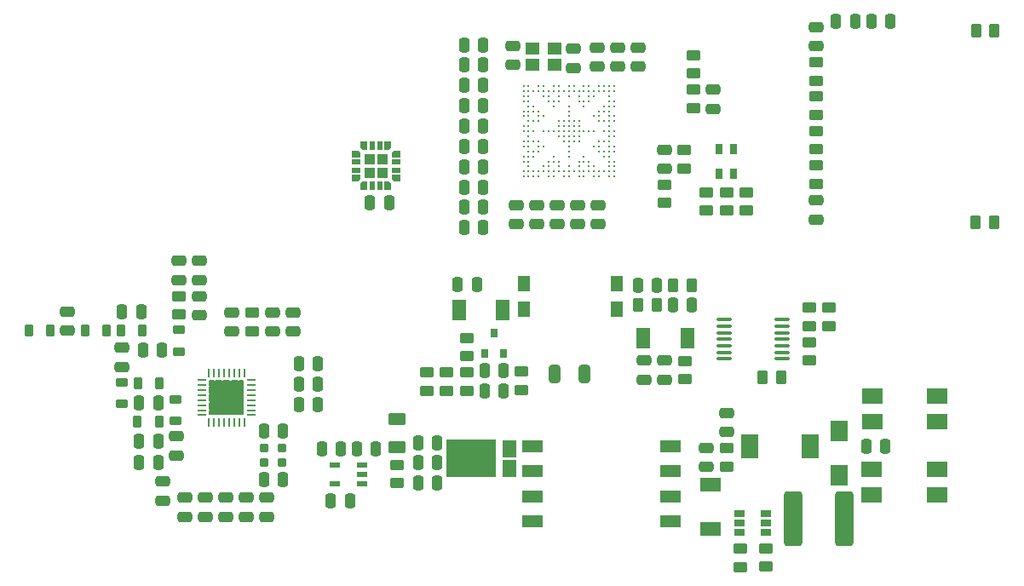
<source format=gbr>
%TF.GenerationSoftware,KiCad,Pcbnew,(5.99.0-13288-g9941a52e75)*%
%TF.CreationDate,2021-11-14T22:41:22-05:00*%
%TF.ProjectId,davis-receiver-kc6,64617669-732d-4726-9563-65697665722d,rev?*%
%TF.SameCoordinates,Original*%
%TF.FileFunction,Paste,Top*%
%TF.FilePolarity,Positive*%
%FSLAX46Y46*%
G04 Gerber Fmt 4.6, Leading zero omitted, Abs format (unit mm)*
G04 Created by KiCad (PCBNEW (5.99.0-13288-g9941a52e75)) date 2021-11-14 22:41:22*
%MOMM*%
%LPD*%
G01*
G04 APERTURE LIST*
G04 Aperture macros list*
%AMRoundRect*
0 Rectangle with rounded corners*
0 $1 Rounding radius*
0 $2 $3 $4 $5 $6 $7 $8 $9 X,Y pos of 4 corners*
0 Add a 4 corners polygon primitive as box body*
4,1,4,$2,$3,$4,$5,$6,$7,$8,$9,$2,$3,0*
0 Add four circle primitives for the rounded corners*
1,1,$1+$1,$2,$3*
1,1,$1+$1,$4,$5*
1,1,$1+$1,$6,$7*
1,1,$1+$1,$8,$9*
0 Add four rect primitives between the rounded corners*
20,1,$1+$1,$2,$3,$4,$5,0*
20,1,$1+$1,$4,$5,$6,$7,0*
20,1,$1+$1,$6,$7,$8,$9,0*
20,1,$1+$1,$8,$9,$2,$3,0*%
%AMFreePoly0*
4,1,18,-0.257498,0.300005,0.462500,0.300005,0.462504,0.300004,0.462505,0.300000,0.462505,-0.300000,0.462504,-0.300004,0.462500,-0.300005,-0.457500,-0.300005,-0.457504,-0.300004,-0.457505,-0.300000,-0.457505,0.099998,-0.457506,0.100000,-0.457504,0.100004,-0.257504,0.300003,-0.257504,0.300004,-0.257502,0.300004,-0.257500,0.300006,-0.257498,0.300005,-0.257498,0.300005,$1*%
%AMFreePoly1*
4,1,18,0.257504,0.300004,0.457503,0.100004,0.457504,0.100004,0.457504,0.100003,0.457506,0.100000,0.457505,0.099998,0.457505,-0.300000,0.457504,-0.300004,0.457500,-0.300005,-0.462500,-0.300005,-0.462504,-0.300004,-0.462505,-0.300000,-0.462505,0.300000,-0.462504,0.300004,-0.462500,0.300005,0.257498,0.300005,0.257500,0.300006,0.257504,0.300004,0.257504,0.300004,$1*%
G04 Aperture macros list end*
%ADD10C,0.152400*%
%ADD11R,0.925000X0.600000*%
%ADD12R,0.600000X0.925000*%
%ADD13FreePoly0,0.000000*%
%ADD14FreePoly1,270.000000*%
%ADD15FreePoly0,90.000000*%
%ADD16FreePoly0,270.000000*%
%ADD17FreePoly0,180.000000*%
%ADD18FreePoly1,0.000000*%
%ADD19FreePoly1,90.000000*%
%ADD20FreePoly1,180.000000*%
%ADD21R,1.050000X1.050000*%
%ADD22RoundRect,0.250000X0.250000X0.475000X-0.250000X0.475000X-0.250000X-0.475000X0.250000X-0.475000X0*%
%ADD23RoundRect,0.250000X0.475000X-0.250000X0.475000X0.250000X-0.475000X0.250000X-0.475000X-0.250000X0*%
%ADD24R,1.800000X2.100000*%
%ADD25R,4.960000X3.800000*%
%ADD26R,1.440000X1.800000*%
%ADD27R,1.400000X2.000000*%
%ADD28RoundRect,0.250000X-0.475000X0.250000X-0.475000X-0.250000X0.475000X-0.250000X0.475000X0.250000X0*%
%ADD29R,2.000000X1.400000*%
%ADD30RoundRect,0.249999X-0.450001X0.262501X-0.450001X-0.262501X0.450001X-0.262501X0.450001X0.262501X0*%
%ADD31RoundRect,0.218750X0.381250X-0.218750X0.381250X0.218750X-0.381250X0.218750X-0.381250X-0.218750X0*%
%ADD32RoundRect,0.218750X0.218750X0.381250X-0.218750X0.381250X-0.218750X-0.381250X0.218750X-0.381250X0*%
%ADD33RoundRect,0.249999X0.450001X-0.262501X0.450001X0.262501X-0.450001X0.262501X-0.450001X-0.262501X0*%
%ADD34R,1.800000X2.400000*%
%ADD35R,1.000000X0.700000*%
%ADD36RoundRect,0.249999X0.262501X0.450001X-0.262501X0.450001X-0.262501X-0.450001X0.262501X-0.450001X0*%
%ADD37R,1.100000X0.600000*%
%ADD38RoundRect,0.200000X0.250000X-0.200000X0.250000X0.200000X-0.250000X0.200000X-0.250000X-0.200000X0*%
%ADD39R,0.800000X0.900000*%
%ADD40R,2.100000X1.550000*%
%ADD41R,1.300000X1.500000*%
%ADD42RoundRect,0.100000X-0.637500X-0.100000X0.637500X-0.100000X0.637500X0.100000X-0.637500X0.100000X0*%
%ADD43RoundRect,0.250000X-0.250000X-0.475000X0.250000X-0.475000X0.250000X0.475000X-0.250000X0.475000X0*%
%ADD44RoundRect,0.250000X0.650000X2.450000X-0.650000X2.450000X-0.650000X-2.450000X0.650000X-2.450000X0*%
%ADD45RoundRect,0.249999X-0.325001X-0.650001X0.325001X-0.650001X0.325001X0.650001X-0.325001X0.650001X0*%
%ADD46R,1.400000X1.200000*%
%ADD47R,0.800000X1.000000*%
%ADD48RoundRect,0.250000X-0.625000X0.375000X-0.625000X-0.375000X0.625000X-0.375000X0.625000X0.375000X0*%
%ADD49RoundRect,0.250000X-0.450000X0.262500X-0.450000X-0.262500X0.450000X-0.262500X0.450000X0.262500X0*%
%ADD50R,0.849884X0.279908*%
%ADD51R,0.279908X0.849884*%
%ADD52R,3.450001X3.450001*%
%ADD53R,2.030000X1.270000*%
%ADD54C,0.249999*%
G04 APERTURE END LIST*
D10*
%TO.C,U2*%
X42160779Y-67711400D02*
X42160779Y-67711400D01*
X40927400Y-65795179D02*
X41068821Y-65936600D01*
X42502200Y-65795179D02*
X42502200Y-65795179D01*
X43658570Y-67511400D02*
X43658570Y-66924000D01*
X41514800Y-65490621D02*
X41373379Y-65349200D01*
X41714800Y-68080370D02*
X42302200Y-68080370D01*
X40585979Y-67711400D02*
X40585979Y-67711400D01*
X40927400Y-65007779D02*
X41068821Y-65149200D01*
X41373379Y-67511400D02*
X41373379Y-67511400D01*
X41856221Y-67711400D02*
X41714800Y-67852821D01*
X41068821Y-67711400D02*
X40927400Y-67852821D01*
X41514800Y-67065421D02*
X41373379Y-66924000D01*
X41856221Y-67711400D02*
X41856221Y-67711400D01*
X41373379Y-67511400D02*
X41514800Y-67369979D01*
X40727400Y-66278021D02*
X40585979Y-66136600D01*
X42948179Y-67711400D02*
X42948179Y-67711400D01*
X40927400Y-67852821D02*
X40927400Y-68080370D01*
X42302200Y-67065421D02*
X42160779Y-66924000D01*
X43431021Y-65149200D02*
X43431021Y-65149200D01*
X43431021Y-65349200D02*
X43289600Y-65490621D01*
X42302200Y-66278021D02*
X42160779Y-66136600D01*
X43289600Y-65490621D02*
X43289600Y-65490621D01*
X42643621Y-65349200D02*
X42502200Y-65490621D01*
X41514800Y-66278021D02*
X41373379Y-66136600D01*
X42948179Y-65149200D02*
X43089600Y-65007779D01*
X41068821Y-65936600D02*
X41373379Y-65936600D01*
X42643621Y-65936600D02*
X42643621Y-65936600D01*
X41514800Y-67852821D02*
X41514800Y-67852821D01*
X43289600Y-65795179D02*
X43289600Y-65795179D01*
X43431021Y-67511400D02*
X43658570Y-67511400D01*
X41373379Y-66724000D02*
X41373379Y-66724000D01*
X43289600Y-67065421D02*
X43289600Y-67065421D01*
X41373379Y-66924000D02*
X41068821Y-66924000D01*
X40585979Y-65149200D02*
X40727400Y-65007779D01*
X42948179Y-66724000D02*
X42948179Y-66724000D01*
X43431021Y-65936600D02*
X43658570Y-65936600D01*
X42160779Y-67711400D02*
X41856221Y-67711400D01*
X40927400Y-65490621D02*
X40927400Y-65490621D01*
X42302200Y-67369979D02*
X42302200Y-67065421D01*
X40585979Y-66924000D02*
X40358430Y-66924000D01*
X41068821Y-65149200D02*
X41373379Y-65149200D01*
X43089600Y-67065421D02*
X42948179Y-66924000D01*
X43089600Y-66582579D02*
X43089600Y-66582579D01*
X42302200Y-64780230D02*
X41714800Y-64780230D01*
X40358430Y-66136600D02*
X40358430Y-66724000D01*
X42302200Y-65007779D02*
X42302200Y-64780230D01*
X43658570Y-65149200D02*
X43658570Y-64780230D01*
X40585979Y-67511400D02*
X40585979Y-67511400D01*
X41714800Y-65007779D02*
X41856221Y-65149200D01*
X40585979Y-66924000D02*
X40585979Y-66924000D01*
X40727400Y-66582579D02*
X40727400Y-66582579D01*
X41514800Y-65795179D02*
X41514800Y-65795179D01*
X40358430Y-67711400D02*
X40358430Y-68080370D01*
X42502200Y-65795179D02*
X42643621Y-65936600D01*
X42643621Y-65149200D02*
X42948179Y-65149200D01*
X40927400Y-67065421D02*
X40927400Y-67065421D01*
X42502200Y-66278021D02*
X42502200Y-66582579D01*
X40927400Y-67852821D02*
X40927400Y-67852821D01*
X41856221Y-66724000D02*
X42160779Y-66724000D01*
X40727400Y-67065421D02*
X40727400Y-67065421D01*
X41373379Y-66924000D02*
X41373379Y-66924000D01*
X42502200Y-65490621D02*
X42502200Y-65795179D01*
X41856221Y-67511400D02*
X42160779Y-67511400D01*
X42948179Y-65149200D02*
X42948179Y-65149200D01*
X43658570Y-66136600D02*
X43431021Y-66136600D01*
X41856221Y-66924000D02*
X41714800Y-67065421D01*
X42502200Y-65490621D02*
X42502200Y-65490621D01*
X42302200Y-67369979D02*
X42302200Y-67369979D01*
X42502200Y-65007779D02*
X42643621Y-65149200D01*
X41373379Y-67711400D02*
X41068821Y-67711400D01*
X41714800Y-66278021D02*
X41714800Y-66582579D01*
X41068821Y-65349200D02*
X41068821Y-65349200D01*
X41068821Y-65349200D02*
X40927400Y-65490621D01*
X41373379Y-66724000D02*
X41514800Y-66582579D01*
X43089600Y-65007779D02*
X43089600Y-65007779D01*
X41714800Y-65795179D02*
X41714800Y-65795179D01*
X43289600Y-67852821D02*
X43289600Y-68080370D01*
X43089600Y-67065421D02*
X43089600Y-67065421D01*
X41068821Y-65149200D02*
X41068821Y-65149200D01*
X40727400Y-66582579D02*
X40727400Y-66278021D01*
X43289600Y-64780230D02*
X43289600Y-65007779D01*
X40585979Y-65349200D02*
X40358430Y-65349200D01*
X40927400Y-66278021D02*
X40927400Y-66278021D01*
X41068821Y-65936600D02*
X41068821Y-65936600D01*
X40585979Y-65149200D02*
X40585979Y-65149200D01*
X41068821Y-67511400D02*
X41068821Y-67511400D01*
X40727400Y-65490621D02*
X40585979Y-65349200D01*
X41514800Y-67852821D02*
X41373379Y-67711400D01*
X43431021Y-66724000D02*
X43431021Y-66724000D01*
X43431021Y-66136600D02*
X43289600Y-66278021D01*
X41514800Y-65007779D02*
X41514800Y-64780230D01*
X42948179Y-66924000D02*
X42643621Y-66924000D01*
X41856221Y-65936600D02*
X41856221Y-65936600D01*
X42502200Y-64780230D02*
X42502200Y-65007779D01*
X43289600Y-66582579D02*
X43431021Y-66724000D01*
X42302200Y-66582579D02*
X42302200Y-66582579D01*
X42948179Y-67511400D02*
X43089600Y-67369979D01*
X42502200Y-68080370D02*
X43089600Y-68080370D01*
X43658570Y-66724000D02*
X43658570Y-66136600D01*
X43089600Y-66278021D02*
X42948179Y-66136600D01*
X41373379Y-65149200D02*
X41373379Y-65149200D01*
X42643621Y-66724000D02*
X42643621Y-66724000D01*
X40585979Y-65936600D02*
X40727400Y-65795179D01*
X40358430Y-67511400D02*
X40585979Y-67511400D01*
X40585979Y-66136600D02*
X40358430Y-66136600D01*
X40727400Y-67065421D02*
X40585979Y-66924000D01*
X42160779Y-66136600D02*
X42160779Y-66136600D01*
X42948179Y-65936600D02*
X43089600Y-65795179D01*
X42160779Y-66136600D02*
X41856221Y-66136600D01*
X40358430Y-65349200D02*
X40358430Y-65936600D01*
X41714800Y-67852821D02*
X41714800Y-67852821D01*
X42502200Y-67852821D02*
X42502200Y-67852821D01*
X42302200Y-67065421D02*
X42302200Y-67065421D01*
X41714800Y-65490621D02*
X41714800Y-65490621D01*
X43289600Y-65007779D02*
X43431021Y-65149200D01*
X42643621Y-66136600D02*
X42643621Y-66136600D01*
X41514800Y-67369979D02*
X41514800Y-67369979D01*
X40585979Y-66724000D02*
X40727400Y-66582579D01*
X40727400Y-67369979D02*
X40727400Y-67065421D01*
X43089600Y-67369979D02*
X43089600Y-67065421D01*
X43431021Y-67711400D02*
X43289600Y-67852821D01*
X43289600Y-66278021D02*
X43289600Y-66582579D01*
X43289600Y-68080370D02*
X43658570Y-68080370D01*
X42948179Y-66724000D02*
X43089600Y-66582579D01*
X43289600Y-65490621D02*
X43289600Y-65795179D01*
X41714800Y-64780230D02*
X41714800Y-65007779D01*
X41856221Y-66136600D02*
X41856221Y-66136600D01*
X41714800Y-65007779D02*
X41714800Y-65007779D01*
X40927400Y-67065421D02*
X40927400Y-67369979D01*
X42948179Y-67511400D02*
X42948179Y-67511400D01*
X41514800Y-66278021D02*
X41514800Y-66278021D01*
X40727400Y-65007779D02*
X40727400Y-64780230D01*
X41714800Y-67852821D02*
X41714800Y-68080370D01*
X41514800Y-67065421D02*
X41514800Y-67065421D01*
X43289600Y-67852821D02*
X43289600Y-67852821D01*
X42160779Y-65349200D02*
X41856221Y-65349200D01*
X41373379Y-66136600D02*
X41068821Y-66136600D01*
X42643621Y-66136600D02*
X42502200Y-66278021D01*
X43289600Y-67369979D02*
X43431021Y-67511400D01*
X43089600Y-65795179D02*
X43089600Y-65490621D01*
X41714800Y-67065421D02*
X41714800Y-67369979D01*
X40727400Y-65795179D02*
X40727400Y-65490621D01*
X40585979Y-66724000D02*
X40585979Y-66724000D01*
X41714800Y-66582579D02*
X41714800Y-66582579D01*
X43089600Y-68080370D02*
X43089600Y-67852821D01*
X41068821Y-66724000D02*
X41373379Y-66724000D01*
X41856221Y-66924000D02*
X41856221Y-66924000D01*
X40927400Y-66582579D02*
X41068821Y-66724000D01*
X41856221Y-65349200D02*
X41714800Y-65490621D01*
X40727400Y-67369979D02*
X40727400Y-67369979D01*
X40358430Y-65936600D02*
X40585979Y-65936600D01*
X42160779Y-65936600D02*
X42160779Y-65936600D01*
X42502200Y-67369979D02*
X42643621Y-67511400D01*
X42160779Y-67511400D02*
X42302200Y-67369979D01*
X40927400Y-65795179D02*
X40927400Y-65795179D01*
X43089600Y-67852821D02*
X42948179Y-67711400D01*
X43658570Y-66924000D02*
X43431021Y-66924000D01*
X40927400Y-66278021D02*
X40927400Y-66582579D01*
X41514800Y-66582579D02*
X41514800Y-66582579D01*
X40358430Y-65149200D02*
X40585979Y-65149200D01*
X41714800Y-66278021D02*
X41714800Y-66278021D01*
X42948179Y-65349200D02*
X42948179Y-65349200D01*
X43289600Y-66582579D02*
X43289600Y-66582579D01*
X42302200Y-66582579D02*
X42302200Y-66278021D01*
X41856221Y-65149200D02*
X42160779Y-65149200D01*
X41856221Y-66724000D02*
X41856221Y-66724000D01*
X43658570Y-65936600D02*
X43658570Y-65349200D01*
X42502200Y-67065421D02*
X42502200Y-67065421D01*
X40927400Y-67369979D02*
X40927400Y-67369979D01*
X42302200Y-65795179D02*
X42302200Y-65490621D01*
X42502200Y-67852821D02*
X42502200Y-68080370D01*
X42948179Y-65349200D02*
X42643621Y-65349200D01*
X41068821Y-66136600D02*
X40927400Y-66278021D01*
X40727400Y-65490621D02*
X40727400Y-65490621D01*
X40358430Y-66924000D02*
X40358430Y-67511400D01*
X42643621Y-67511400D02*
X42643621Y-67511400D01*
X42302200Y-66278021D02*
X42302200Y-66278021D01*
X43089600Y-64780230D02*
X42502200Y-64780230D01*
X43431021Y-66724000D02*
X43658570Y-66724000D01*
X42502200Y-66582579D02*
X42643621Y-66724000D01*
X40358430Y-68080370D02*
X40727400Y-68080370D01*
X42502200Y-67065421D02*
X42502200Y-67369979D01*
X42643621Y-65349200D02*
X42643621Y-65349200D01*
X41714800Y-67369979D02*
X41856221Y-67511400D01*
X42502200Y-66278021D02*
X42502200Y-66278021D01*
X40727400Y-67852821D02*
X40585979Y-67711400D01*
X42302200Y-65490621D02*
X42302200Y-65490621D01*
X41373379Y-66136600D02*
X41373379Y-66136600D01*
X43089600Y-67852821D02*
X43089600Y-67852821D01*
X41856221Y-66136600D02*
X41714800Y-66278021D01*
X43431021Y-66136600D02*
X43431021Y-66136600D01*
X41373379Y-65349200D02*
X41068821Y-65349200D01*
X40927400Y-65490621D02*
X40927400Y-65795179D01*
X40927400Y-67369979D02*
X41068821Y-67511400D01*
X43089600Y-65490621D02*
X43089600Y-65490621D01*
X40927400Y-64780230D02*
X40927400Y-65007779D01*
X40927400Y-65007779D02*
X40927400Y-65007779D01*
X41514800Y-65007779D02*
X41514800Y-65007779D01*
X42948179Y-66924000D02*
X42948179Y-66924000D01*
X43658570Y-67711400D02*
X43431021Y-67711400D01*
X41068821Y-66136600D02*
X41068821Y-66136600D01*
X40927400Y-68080370D02*
X41514800Y-68080370D01*
X42302200Y-67852821D02*
X42160779Y-67711400D01*
X41856221Y-65349200D02*
X41856221Y-65349200D01*
X41856221Y-65936600D02*
X42160779Y-65936600D01*
X43658570Y-68080370D02*
X43658570Y-67711400D01*
X43431021Y-65936600D02*
X43431021Y-65936600D01*
X40585979Y-66136600D02*
X40585979Y-66136600D01*
X43431021Y-67711400D02*
X43431021Y-67711400D01*
X43431021Y-65349200D02*
X43431021Y-65349200D01*
X42643621Y-66924000D02*
X42643621Y-66924000D01*
X43289600Y-67369979D02*
X43289600Y-67369979D01*
X43089600Y-66278021D02*
X43089600Y-66278021D01*
X42502200Y-65007779D02*
X42502200Y-65007779D01*
X42643621Y-65149200D02*
X42643621Y-65149200D01*
X41373379Y-65349200D02*
X41373379Y-65349200D01*
X41068821Y-67511400D02*
X41373379Y-67511400D01*
X43089600Y-67369979D02*
X43089600Y-67369979D01*
X41714800Y-65490621D02*
X41714800Y-65795179D01*
X42160779Y-66924000D02*
X41856221Y-66924000D01*
X41514800Y-66582579D02*
X41514800Y-66278021D01*
X42948179Y-66136600D02*
X42948179Y-66136600D01*
X40727400Y-65795179D02*
X40727400Y-65795179D01*
X41856221Y-67511400D02*
X41856221Y-67511400D01*
X41856221Y-65149200D02*
X41856221Y-65149200D01*
X42948179Y-66136600D02*
X42643621Y-66136600D01*
X41514800Y-67369979D02*
X41514800Y-67065421D01*
X43089600Y-66582579D02*
X43089600Y-66278021D01*
X43289600Y-65007779D02*
X43289600Y-65007779D01*
X42302200Y-68080370D02*
X42302200Y-67852821D01*
X41714800Y-67369979D02*
X41714800Y-67369979D01*
X40358430Y-66724000D02*
X40585979Y-66724000D01*
X40585979Y-67511400D02*
X40727400Y-67369979D01*
X40358430Y-64780230D02*
X40358430Y-65149200D01*
X43089600Y-65795179D02*
X43089600Y-65795179D01*
X41068821Y-66724000D02*
X41068821Y-66724000D01*
X40727400Y-68080370D02*
X40727400Y-67852821D01*
X41714800Y-65795179D02*
X41856221Y-65936600D01*
X42302200Y-65007779D02*
X42302200Y-65007779D01*
X42160779Y-66724000D02*
X42302200Y-66582579D01*
X43431021Y-66924000D02*
X43289600Y-67065421D01*
X40727400Y-65007779D02*
X40727400Y-65007779D01*
X42160779Y-66924000D02*
X42160779Y-66924000D01*
X43289600Y-65795179D02*
X43431021Y-65936600D01*
X42502200Y-66582579D02*
X42502200Y-66582579D01*
X41373379Y-67711400D02*
X41373379Y-67711400D01*
X40585979Y-65349200D02*
X40585979Y-65349200D01*
X41714800Y-66582579D02*
X41856221Y-66724000D01*
X42160779Y-65149200D02*
X42302200Y-65007779D01*
X41068821Y-66924000D02*
X40927400Y-67065421D01*
X43289600Y-67065421D02*
X43289600Y-67369979D01*
X40727400Y-64780230D02*
X40358430Y-64780230D01*
X43289600Y-66278021D02*
X43289600Y-66278021D01*
X42502200Y-67369979D02*
X42502200Y-67369979D01*
X42302200Y-65490621D02*
X42160779Y-65349200D01*
X40727400Y-67852821D02*
X40727400Y-67852821D01*
X43431021Y-65149200D02*
X43658570Y-65149200D01*
X40727400Y-66278021D02*
X40727400Y-66278021D01*
X42160779Y-65936600D02*
X42302200Y-65795179D01*
X42643621Y-65936600D02*
X42948179Y-65936600D01*
X42643621Y-67711400D02*
X42502200Y-67852821D01*
X43089600Y-65490621D02*
X42948179Y-65349200D01*
X41373379Y-65149200D02*
X41514800Y-65007779D01*
X42160779Y-66724000D02*
X42160779Y-66724000D01*
X42948179Y-65936600D02*
X42948179Y-65936600D01*
X43089600Y-65007779D02*
X43089600Y-64780230D01*
X43431021Y-66924000D02*
X43431021Y-66924000D01*
X41068821Y-66924000D02*
X41068821Y-66924000D01*
X42302200Y-65795179D02*
X42302200Y-65795179D01*
X42948179Y-67711400D02*
X42643621Y-67711400D01*
X40585979Y-65936600D02*
X40585979Y-65936600D01*
X41714800Y-67065421D02*
X41714800Y-67065421D01*
X42302200Y-67852821D02*
X42302200Y-67852821D01*
X41514800Y-65795179D02*
X41514800Y-65490621D01*
X42643621Y-66924000D02*
X42502200Y-67065421D01*
X42643621Y-67711400D02*
X42643621Y-67711400D01*
X41514800Y-64780230D02*
X40927400Y-64780230D01*
X40927400Y-66582579D02*
X40927400Y-66582579D01*
X41514800Y-65490621D02*
X41514800Y-65490621D01*
X42643621Y-66724000D02*
X42948179Y-66724000D01*
X43658570Y-65349200D02*
X43431021Y-65349200D01*
X43431021Y-67511400D02*
X43431021Y-67511400D01*
X41514800Y-68080370D02*
X41514800Y-67852821D01*
X42160779Y-65349200D02*
X42160779Y-65349200D01*
X40585979Y-67711400D02*
X40358430Y-67711400D01*
X43658570Y-64780230D02*
X43289600Y-64780230D01*
X42160779Y-67511400D02*
X42160779Y-67511400D01*
X41068821Y-67711400D02*
X41068821Y-67711400D01*
X42643621Y-67511400D02*
X42948179Y-67511400D01*
X41373379Y-65936600D02*
X41373379Y-65936600D01*
X42160779Y-65149200D02*
X42160779Y-65149200D01*
X41373379Y-65936600D02*
X41514800Y-65795179D01*
%TD*%
D11*
%TO.C,U3*%
X54866800Y-43808000D03*
X54866800Y-43008000D03*
D12*
X56454800Y-41420000D03*
X57254800Y-41420000D03*
D11*
X58842800Y-43008000D03*
X58842800Y-43808000D03*
D12*
X57254800Y-45396000D03*
X56454800Y-45396000D03*
D13*
X58842800Y-42208000D03*
D14*
X58054800Y-41420000D03*
D15*
X55654800Y-41420000D03*
D16*
X58054800Y-45396000D03*
D17*
X54866800Y-44608000D03*
D18*
X54866800Y-42208000D03*
D19*
X55654800Y-45396000D03*
D20*
X58842800Y-44608000D03*
D21*
X57504800Y-44058000D03*
X56204800Y-42758000D03*
X57504800Y-42758000D03*
X56204800Y-44058000D03*
%TD*%
D22*
%TO.C,C64*%
X67523600Y-43470000D03*
X65623600Y-43470000D03*
%TD*%
D23*
%TO.C,C65*%
X80895900Y-33508900D03*
X80895900Y-31608900D03*
%TD*%
D24*
%TO.C,D2*%
X102911320Y-74120100D03*
X102911320Y-69720100D03*
%TD*%
D25*
%TO.C,D6*%
X66351320Y-72493540D03*
D26*
X70151320Y-73458540D03*
X70151320Y-71528540D03*
%TD*%
D22*
%TO.C,C67*%
X67523600Y-33382800D03*
X65623600Y-33382800D03*
%TD*%
D23*
%TO.C,C69*%
X82927900Y-33508900D03*
X82927900Y-31608900D03*
%TD*%
D27*
%TO.C,D3*%
X83431320Y-60500100D03*
X87831320Y-60500100D03*
%TD*%
D22*
%TO.C,C60*%
X67523600Y-45502000D03*
X65623600Y-45502000D03*
%TD*%
%TO.C,C68*%
X67523600Y-41450700D03*
X65623600Y-41450700D03*
%TD*%
D28*
%TO.C,C70*%
X85498100Y-41781600D03*
X85498100Y-43681600D03*
%TD*%
D29*
%TO.C,D4*%
X90090360Y-75090960D03*
X90090360Y-79490960D03*
%TD*%
D22*
%TO.C,C59*%
X67523600Y-37421400D03*
X65623600Y-37421400D03*
%TD*%
D23*
%TO.C,C61*%
X78863900Y-33508900D03*
X78863900Y-31608900D03*
%TD*%
D28*
%TO.C,C62*%
X72806000Y-47293900D03*
X72806000Y-49193900D03*
%TD*%
%TO.C,C66*%
X70774000Y-47293900D03*
X70774000Y-49193900D03*
%TD*%
D27*
%TO.C,D5*%
X65087320Y-57703700D03*
X69487320Y-57703700D03*
%TD*%
D22*
%TO.C,C63*%
X67523600Y-35402100D03*
X65623600Y-35402100D03*
%TD*%
D30*
%TO.C,R5*%
X88388900Y-32399000D03*
X88388900Y-34224000D03*
%TD*%
%TO.C,R1*%
X93659700Y-46006300D03*
X93659700Y-47831300D03*
%TD*%
D31*
%TO.C,L1*%
X37281560Y-61836220D03*
X37281560Y-59711220D03*
%TD*%
D32*
%TO.C,L3*%
X35308760Y-65040920D03*
X33183760Y-65040920D03*
%TD*%
%TO.C,L4*%
X35285900Y-68843300D03*
X33160900Y-68843300D03*
%TD*%
D33*
%TO.C,R6*%
X37291720Y-58168320D03*
X37291720Y-56343320D03*
%TD*%
D30*
%TO.C,R9*%
X101911320Y-57507600D03*
X101911320Y-59332600D03*
%TD*%
D31*
%TO.C,L2*%
X36895480Y-68765340D03*
X36895480Y-66640340D03*
%TD*%
D32*
%TO.C,L5*%
X33655220Y-59772960D03*
X31530220Y-59772960D03*
%TD*%
D30*
%TO.C,R3*%
X89722700Y-46006300D03*
X89722700Y-47831300D03*
%TD*%
D31*
%TO.C,L6*%
X31579260Y-67010200D03*
X31579260Y-64885200D03*
%TD*%
D32*
%TO.C,L7*%
X30050960Y-59775500D03*
X27925960Y-59775500D03*
%TD*%
%TO.C,L8*%
X24478200Y-59772960D03*
X22353200Y-59772960D03*
%TD*%
D34*
%TO.C,L9*%
X100011320Y-71290100D03*
X94011320Y-71290100D03*
%TD*%
D35*
%TO.C,Q1*%
X93011840Y-77920840D03*
X93011840Y-78870840D03*
X93011840Y-79820840D03*
X95611840Y-79820840D03*
X95611840Y-78870840D03*
X95611840Y-77920840D03*
%TD*%
D30*
%TO.C,R2*%
X91691200Y-46006300D03*
X91691200Y-47831300D03*
%TD*%
D33*
%TO.C,R4*%
X44548500Y-59829480D03*
X44548500Y-58004480D03*
%TD*%
%TO.C,R7*%
X88388900Y-37653000D03*
X88388900Y-35828000D03*
%TD*%
D30*
%TO.C,R8*%
X99951320Y-57507600D03*
X99951320Y-59332600D03*
%TD*%
D33*
%TO.C,R11*%
X99951320Y-62752600D03*
X99951320Y-60927600D03*
%TD*%
D30*
%TO.C,R12*%
X100619000Y-33107400D03*
X100619000Y-34932400D03*
%TD*%
D36*
%TO.C,R14*%
X84738500Y-57257500D03*
X82913500Y-57257500D03*
%TD*%
D33*
%TO.C,R17*%
X85498100Y-47085800D03*
X85498100Y-45260800D03*
%TD*%
D30*
%TO.C,R23*%
X87531320Y-62767600D03*
X87531320Y-64592600D03*
%TD*%
%TO.C,R29*%
X65857320Y-60513700D03*
X65857320Y-62338700D03*
%TD*%
D33*
%TO.C,R22*%
X93026600Y-83258060D03*
X93026600Y-81433060D03*
%TD*%
D30*
%TO.C,R18*%
X91675320Y-71461020D03*
X91675320Y-73286020D03*
%TD*%
%TO.C,R28*%
X65857320Y-63921200D03*
X65857320Y-65746200D03*
%TD*%
D36*
%TO.C,R20*%
X118333600Y-29955900D03*
X116508600Y-29955900D03*
%TD*%
D37*
%TO.C,U4*%
X55494840Y-75035980D03*
X55494840Y-74085980D03*
X55494840Y-73135980D03*
X52794840Y-73135980D03*
X52794840Y-75035980D03*
%TD*%
D38*
%TO.C,X1*%
X45706580Y-72885220D03*
X47556580Y-72885220D03*
X47556580Y-71435220D03*
X45706580Y-71435220D03*
%TD*%
D30*
%TO.C,R25*%
X61887320Y-63941200D03*
X61887320Y-65766200D03*
%TD*%
D33*
%TO.C,R27*%
X71327320Y-65683800D03*
X71327320Y-63858800D03*
%TD*%
D39*
%TO.C,U9*%
X67637320Y-62023700D03*
X69537320Y-62023700D03*
X68587320Y-60023700D03*
%TD*%
D40*
%TO.C,U5*%
X106151320Y-66270100D03*
X106151320Y-68810100D03*
X112651320Y-68810100D03*
X112651320Y-66270100D03*
%TD*%
D33*
%TO.C,R24*%
X95627560Y-83232660D03*
X95627560Y-81407660D03*
%TD*%
D40*
%TO.C,U6*%
X106121320Y-73560100D03*
X106121320Y-76100100D03*
X112621320Y-76100100D03*
X112621320Y-73560100D03*
%TD*%
D33*
%TO.C,R30*%
X87479300Y-43644100D03*
X87479300Y-41819100D03*
%TD*%
D36*
%TO.C,R21*%
X118282800Y-48967800D03*
X116457800Y-48967800D03*
%TD*%
D41*
%TO.C,U8*%
X71551320Y-55140100D03*
X71551320Y-57680100D03*
X80751320Y-57680100D03*
X80751320Y-55140100D03*
%TD*%
D33*
%TO.C,R16*%
X100619000Y-45155900D03*
X100619000Y-43330900D03*
%TD*%
D30*
%TO.C,R26*%
X63867320Y-63941200D03*
X63867320Y-65766200D03*
%TD*%
D42*
%TO.C,U7*%
X91498820Y-58690100D03*
X91498820Y-59340100D03*
X91498820Y-59990100D03*
X91498820Y-60640100D03*
X91498820Y-61290100D03*
X91498820Y-61940100D03*
X91498820Y-62590100D03*
X97223820Y-62590100D03*
X97223820Y-61940100D03*
X97223820Y-61290100D03*
X97223820Y-60640100D03*
X97223820Y-59990100D03*
X97223820Y-59340100D03*
X97223820Y-58690100D03*
%TD*%
D36*
%TO.C,R10*%
X97124260Y-64423320D03*
X95299260Y-64423320D03*
%TD*%
D33*
%TO.C,R13*%
X100619000Y-38336000D03*
X100619000Y-36511000D03*
%TD*%
D30*
%TO.C,R15*%
X100619000Y-39927300D03*
X100619000Y-41752300D03*
%TD*%
D36*
%TO.C,R19*%
X88238500Y-55257500D03*
X86413500Y-55257500D03*
%TD*%
D43*
%TO.C,C7*%
X56276000Y-47057500D03*
X58176000Y-47057500D03*
%TD*%
%TO.C,C4*%
X49194120Y-63072420D03*
X51094120Y-63072420D03*
%TD*%
%TO.C,C9*%
X51500440Y-71489980D03*
X53400440Y-71489980D03*
%TD*%
%TO.C,C10*%
X52364840Y-76695980D03*
X54264840Y-76695980D03*
%TD*%
D22*
%TO.C,C2*%
X56852300Y-71492520D03*
X54952300Y-71492520D03*
%TD*%
D23*
%TO.C,C11*%
X46557640Y-59884760D03*
X46557640Y-57984760D03*
%TD*%
D43*
%TO.C,C1*%
X45731580Y-74580220D03*
X47631580Y-74580220D03*
%TD*%
%TO.C,C3*%
X49204280Y-67108480D03*
X51104280Y-67108480D03*
%TD*%
%TO.C,C5*%
X49199200Y-65089180D03*
X51099200Y-65089180D03*
%TD*%
D22*
%TO.C,C6*%
X47631580Y-69730220D03*
X45731580Y-69730220D03*
%TD*%
D23*
%TO.C,C8*%
X48587100Y-59879680D03*
X48587100Y-57979680D03*
%TD*%
%TO.C,C12*%
X42541900Y-59861900D03*
X42541900Y-57961900D03*
%TD*%
D43*
%TO.C,C14*%
X105591320Y-71240100D03*
X107491320Y-71240100D03*
%TD*%
D23*
%TO.C,C16*%
X70498220Y-33368080D03*
X70498220Y-31468080D03*
%TD*%
%TO.C,C15*%
X37301880Y-54756500D03*
X37301880Y-52856500D03*
%TD*%
D28*
%TO.C,C17*%
X90382800Y-35815900D03*
X90382800Y-37715900D03*
%TD*%
D23*
%TO.C,C18*%
X39336420Y-58236300D03*
X39336420Y-56336300D03*
%TD*%
%TO.C,C36*%
X91690560Y-69838680D03*
X91690560Y-67938680D03*
%TD*%
D22*
%TO.C,C41*%
X107975000Y-29034900D03*
X106075000Y-29034900D03*
%TD*%
%TO.C,C20*%
X35597580Y-61685580D03*
X33697580Y-61685580D03*
%TD*%
D28*
%TO.C,C21*%
X37052960Y-70298680D03*
X37052960Y-72198680D03*
%TD*%
D43*
%TO.C,C39*%
X86376000Y-57257500D03*
X88276000Y-57257500D03*
%TD*%
D22*
%TO.C,C27*%
X33524940Y-57878120D03*
X31624940Y-57878120D03*
%TD*%
%TO.C,C50*%
X67523600Y-49540600D03*
X65623600Y-49540600D03*
%TD*%
%TO.C,C23*%
X35221660Y-70738140D03*
X33321660Y-70738140D03*
%TD*%
%TO.C,C24*%
X35201340Y-72859040D03*
X33301340Y-72859040D03*
%TD*%
%TO.C,C26*%
X35226740Y-66938300D03*
X33326740Y-66938300D03*
%TD*%
D23*
%TO.C,C31*%
X39897760Y-78269280D03*
X39897760Y-76369280D03*
%TD*%
%TO.C,C35*%
X100619000Y-31502800D03*
X100619000Y-29602800D03*
%TD*%
D28*
%TO.C,C42*%
X89663640Y-71438760D03*
X89663640Y-73338760D03*
%TD*%
D23*
%TO.C,C28*%
X41922140Y-78269280D03*
X41922140Y-76369280D03*
%TD*%
%TO.C,C32*%
X37873380Y-78276900D03*
X37873380Y-76376900D03*
%TD*%
%TO.C,C33*%
X26202080Y-59773000D03*
X26202080Y-57873000D03*
%TD*%
D28*
%TO.C,C48*%
X78902000Y-47293900D03*
X78902000Y-49193900D03*
%TD*%
D22*
%TO.C,C51*%
X62951320Y-74920100D03*
X61051320Y-74920100D03*
%TD*%
D28*
%TO.C,C37*%
X100580900Y-46811300D03*
X100580900Y-48711300D03*
%TD*%
D44*
%TO.C,C34*%
X103401320Y-78480100D03*
X98301320Y-78480100D03*
%TD*%
D28*
%TO.C,C40*%
X85541320Y-62750100D03*
X85541320Y-64650100D03*
%TD*%
D22*
%TO.C,C55*%
X67523600Y-39431400D03*
X65623600Y-39431400D03*
%TD*%
%TO.C,C57*%
X62951320Y-72910100D03*
X61051320Y-72910100D03*
%TD*%
%TO.C,C38*%
X84776000Y-55257500D03*
X82876000Y-55257500D03*
%TD*%
D23*
%TO.C,C25*%
X43951600Y-78266740D03*
X43951600Y-76366740D03*
%TD*%
D28*
%TO.C,C58*%
X74838000Y-47293900D03*
X74838000Y-49193900D03*
%TD*%
D23*
%TO.C,C22*%
X45973440Y-78266740D03*
X45973440Y-76366740D03*
%TD*%
%TO.C,C30*%
X31576720Y-63372180D03*
X31576720Y-61472180D03*
%TD*%
D45*
%TO.C,C45*%
X74626320Y-64100100D03*
X77576320Y-64100100D03*
%TD*%
D28*
%TO.C,C54*%
X76870000Y-47293900D03*
X76870000Y-49193900D03*
%TD*%
%TO.C,C13*%
X76467220Y-31772880D03*
X76467220Y-33672880D03*
%TD*%
D23*
%TO.C,C29*%
X35628020Y-76664000D03*
X35628020Y-74764000D03*
%TD*%
D22*
%TO.C,C52*%
X69527320Y-65783700D03*
X67627320Y-65783700D03*
%TD*%
%TO.C,C56*%
X67523600Y-47521300D03*
X65623600Y-47521300D03*
%TD*%
D43*
%TO.C,C44*%
X102575700Y-29026100D03*
X104475700Y-29026100D03*
%TD*%
D23*
%TO.C,C19*%
X39338960Y-54751420D03*
X39338960Y-52851420D03*
%TD*%
D22*
%TO.C,C46*%
X66867320Y-55183700D03*
X64967320Y-55183700D03*
%TD*%
%TO.C,C49*%
X67523600Y-31354200D03*
X65623600Y-31354200D03*
%TD*%
%TO.C,C53*%
X62951320Y-70900100D03*
X61051320Y-70900100D03*
%TD*%
D28*
%TO.C,C43*%
X83531320Y-62750100D03*
X83531320Y-64650100D03*
%TD*%
D22*
%TO.C,C47*%
X69527320Y-63773700D03*
X67627320Y-63773700D03*
%TD*%
D46*
%TO.C,Y1*%
X74585200Y-31769800D03*
X72385200Y-31769800D03*
X72385200Y-33369800D03*
X74585200Y-33369800D03*
%TD*%
D47*
%TO.C,D1*%
X92353100Y-41711200D03*
X90953100Y-41711200D03*
X90953100Y-44211200D03*
X92353100Y-44211200D03*
%TD*%
D48*
%TO.C,D7*%
X58909320Y-68578300D03*
X58909320Y-71378300D03*
%TD*%
D49*
%TO.C,R31*%
X58909320Y-73129800D03*
X58909320Y-74954800D03*
%TD*%
D50*
%TO.C,U2*%
X44483499Y-68180299D03*
X44483499Y-67680300D03*
X44483499Y-67180301D03*
X44483499Y-66680300D03*
X44483499Y-66180300D03*
X44483499Y-65680299D03*
X44483499Y-65180300D03*
X44483499Y-64680301D03*
D51*
X43758941Y-63955301D03*
X43258815Y-63955301D03*
X42758689Y-63955301D03*
X42258563Y-63955301D03*
X41758437Y-63955301D03*
X41258311Y-63955301D03*
X40758185Y-63955301D03*
X40258059Y-63955301D03*
D50*
X39533501Y-64680301D03*
X39533501Y-65180300D03*
X39533501Y-65680299D03*
X39533501Y-66180300D03*
X39533501Y-66680300D03*
X39533501Y-67180301D03*
X39533501Y-67680300D03*
X39533501Y-68180299D03*
D51*
X40258059Y-68905299D03*
X40758185Y-68905299D03*
X41258311Y-68905299D03*
X41758437Y-68905299D03*
X42258563Y-68905299D03*
X42758689Y-68905299D03*
X43258815Y-68905299D03*
X43758941Y-68905299D03*
D52*
X42008500Y-66430300D03*
%TD*%
D53*
%TO.C,T1*%
X86109720Y-71265120D03*
X86109720Y-73765120D03*
X86109720Y-76265120D03*
X86109720Y-78765120D03*
X72399720Y-78765120D03*
X72399720Y-76265120D03*
X72399720Y-73765120D03*
X72399720Y-71265120D03*
%TD*%
D54*
%TO.C,U1*%
X71525999Y-44457501D03*
X71525999Y-43957502D03*
X71525999Y-42957502D03*
X71525999Y-42457500D03*
X71525999Y-41457502D03*
X71525999Y-40957501D03*
X71525999Y-39957500D03*
X71525999Y-39457501D03*
X71525999Y-38457500D03*
X71525999Y-37957501D03*
X71525999Y-36957501D03*
X71525999Y-36457502D03*
X71525999Y-35957500D03*
X71525999Y-35457501D03*
X72025998Y-44457501D03*
X72025998Y-43957502D03*
X72025998Y-43457501D03*
X72025998Y-42957502D03*
X72025998Y-42457500D03*
X72025998Y-41957501D03*
X72025998Y-41457502D03*
X72025998Y-40957501D03*
X72025998Y-40457502D03*
X72025998Y-39957500D03*
X72025998Y-39457501D03*
X72025998Y-38957502D03*
X72025998Y-38457500D03*
X72025998Y-37957501D03*
X72025998Y-37457500D03*
X72025998Y-36957501D03*
X72025998Y-36457502D03*
X72025998Y-35957500D03*
X72025998Y-35457501D03*
X72525999Y-44457501D03*
X72525999Y-43957502D03*
X72525999Y-42457500D03*
X72525999Y-41957501D03*
X72525999Y-40957501D03*
X72525999Y-39957500D03*
X72525999Y-38957502D03*
X72525999Y-37957501D03*
X72525999Y-37457500D03*
X72525999Y-35957500D03*
X73025998Y-44457501D03*
X73025998Y-43957502D03*
X73025998Y-41957501D03*
X73025998Y-41457502D03*
X73025998Y-40957501D03*
X73025998Y-38957502D03*
X73025998Y-38457500D03*
X73025998Y-37957501D03*
X73025998Y-35957500D03*
X73025998Y-35457501D03*
X73526000Y-43957502D03*
X73526000Y-43457501D03*
X73526000Y-41457502D03*
X73526000Y-39957500D03*
X73526000Y-38457500D03*
X73526000Y-36457502D03*
X73526000Y-35957500D03*
X73526000Y-35457501D03*
X74025999Y-44457501D03*
X74025999Y-43957502D03*
X74025999Y-43457501D03*
X74025999Y-42957502D03*
X74025999Y-39957500D03*
X74025999Y-36957501D03*
X74025999Y-36457502D03*
X74025999Y-35957500D03*
X74525998Y-44457501D03*
X74525998Y-43957502D03*
X74525998Y-42957502D03*
X74525998Y-42457500D03*
X74525998Y-39957500D03*
X74525998Y-37457500D03*
X74525998Y-36957501D03*
X74525998Y-35957500D03*
X74525998Y-35457501D03*
X75025999Y-43957502D03*
X75025999Y-43457501D03*
X75025999Y-42957502D03*
X75025999Y-40457502D03*
X75025999Y-39957500D03*
X75025999Y-39457501D03*
X75025999Y-38957502D03*
X75025999Y-36957501D03*
X75025999Y-36457502D03*
X75025999Y-35957500D03*
X75025999Y-35457501D03*
X75525998Y-44457501D03*
X75525998Y-43957502D03*
X75525998Y-40957501D03*
X75525998Y-40457502D03*
X75525998Y-39957500D03*
X75525998Y-39457501D03*
X75525998Y-38957502D03*
X75525998Y-35957500D03*
X76026000Y-44457501D03*
X76026000Y-43957502D03*
X76026000Y-43457501D03*
X76026000Y-42457500D03*
X76026000Y-41957501D03*
X76026000Y-41457502D03*
X76026000Y-40957501D03*
X76026000Y-40457502D03*
X76026000Y-39957500D03*
X76026000Y-39457501D03*
X76026000Y-38957502D03*
X76026000Y-38457500D03*
X76026000Y-37957501D03*
X76026000Y-37457500D03*
X76026000Y-36457502D03*
X76026000Y-35957500D03*
X76026000Y-35457501D03*
X76525999Y-43957502D03*
X76525999Y-40957501D03*
X76525999Y-40457502D03*
X76525999Y-39957500D03*
X76525999Y-39457501D03*
X76525999Y-38957502D03*
X76525999Y-35957500D03*
X76525999Y-35457501D03*
X77025998Y-44457501D03*
X77025998Y-43957502D03*
X77025998Y-43457501D03*
X77025998Y-42957502D03*
X77025998Y-40957501D03*
X77025998Y-40457502D03*
X77025998Y-39957500D03*
X77025998Y-39457501D03*
X77025998Y-38957502D03*
X77025998Y-36957501D03*
X77025998Y-36457502D03*
X77025998Y-35957500D03*
X77526000Y-44457501D03*
X77526000Y-43957502D03*
X77526000Y-42957502D03*
X77526000Y-42457500D03*
X77526000Y-39957500D03*
X77526000Y-37457500D03*
X77526000Y-36957501D03*
X77526000Y-35957500D03*
X77526000Y-35457501D03*
X78025999Y-43957502D03*
X78025999Y-43457501D03*
X78025999Y-42957502D03*
X78025999Y-39957500D03*
X78025999Y-36957501D03*
X78025999Y-36457502D03*
X78025999Y-35957500D03*
X78025999Y-35457501D03*
X78526000Y-44457501D03*
X78526000Y-43957502D03*
X78526000Y-43457501D03*
X78526000Y-41457502D03*
X78526000Y-39957500D03*
X78526000Y-38457500D03*
X78526000Y-36457502D03*
X78526000Y-35957500D03*
X79025999Y-44457501D03*
X79025999Y-43957502D03*
X79025999Y-41957501D03*
X79025999Y-41457502D03*
X79025999Y-40957501D03*
X79025999Y-38957502D03*
X79025999Y-38457500D03*
X79025999Y-37957501D03*
X79025999Y-35957500D03*
X79025999Y-35457501D03*
X79525998Y-43957502D03*
X79525998Y-42457500D03*
X79525998Y-41957501D03*
X79525998Y-40957501D03*
X79525998Y-39957500D03*
X79525998Y-38957502D03*
X79525998Y-37957501D03*
X79525998Y-37457500D03*
X79525998Y-35957500D03*
X79525998Y-35457501D03*
X80026000Y-44457501D03*
X80026000Y-43957502D03*
X80026000Y-43457501D03*
X80026000Y-42957502D03*
X80026000Y-42457500D03*
X80026000Y-41957501D03*
X80026000Y-41457502D03*
X80026000Y-40957501D03*
X80026000Y-40457502D03*
X80026000Y-39957500D03*
X80026000Y-39457501D03*
X80026000Y-38957502D03*
X80026000Y-38457500D03*
X80026000Y-37957501D03*
X80026000Y-37457500D03*
X80026000Y-36957501D03*
X80026000Y-36457502D03*
X80026000Y-35957500D03*
X80026000Y-35457501D03*
X80525999Y-44457501D03*
X80525999Y-43957502D03*
X80525999Y-43457501D03*
X80525999Y-42957502D03*
X80525999Y-41957501D03*
X80525999Y-41457502D03*
X80525999Y-40457502D03*
X80525999Y-39957500D03*
X80525999Y-38957502D03*
X80525999Y-38457500D03*
X80525999Y-37457500D03*
X80525999Y-36957501D03*
X80525999Y-35957500D03*
X80525999Y-35457501D03*
%TD*%
M02*

</source>
